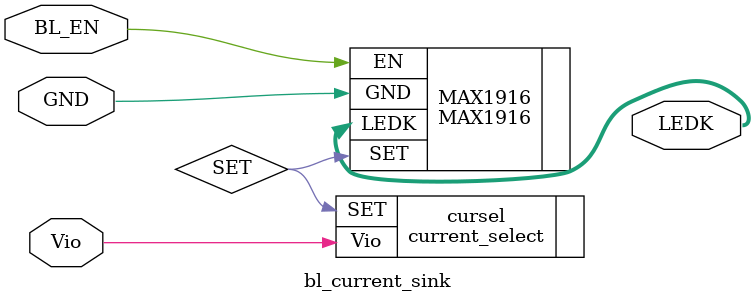
<source format=v>
module bl_current_sink (GND, Vio, BL_EN, LEDK);

input GND, Vio, BL_EN;
output [1:3] LEDK;

wire SET;

MAX1916 MAX1916 (.GND(GND),
		 .EN(BL_EN),
		 .SET(SET),
		 .LEDK(LEDK)
	);

current_select cursel ( .Vio(Vio),
			.SET(SET)
	);

endmodule

</source>
